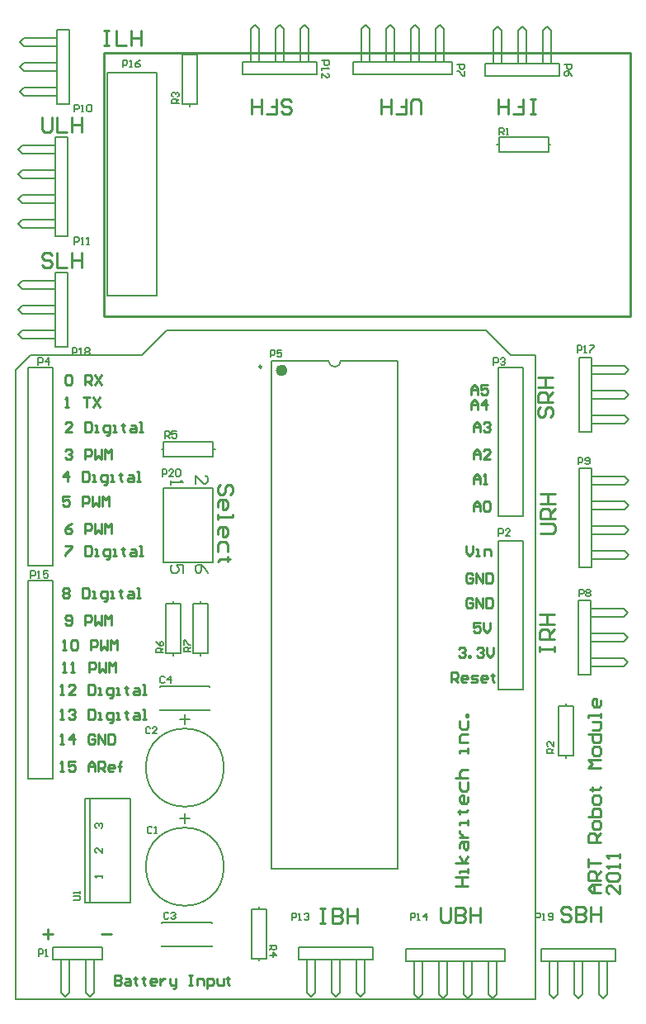
<source format=gto>
%FSLAX25Y25*%
%MOIN*%
G70*
G01*
G75*
G04 Layer_Color=65535*
%ADD10C,0.01969*%
%ADD11C,0.01000*%
%ADD12C,0.05906*%
%ADD13R,0.05906X0.05906*%
%ADD14C,0.11811*%
%ADD15R,0.05906X0.05906*%
%ADD16C,0.23622*%
%ADD17C,0.06496*%
%ADD18C,0.05512*%
%ADD19C,0.06299*%
%ADD20R,0.06299X0.06299*%
%ADD21C,0.02362*%
%ADD22C,0.19685*%
%ADD23C,0.00787*%
%ADD24C,0.02362*%
%ADD25C,0.00984*%
%ADD26C,0.00500*%
%ADD27C,0.00591*%
%ADD28C,0.00600*%
%ADD29C,0.00800*%
D11*
X35433Y381890D02*
X248032D01*
X35433Y275591D02*
Y381890D01*
Y275591D02*
X248032D01*
Y381890D01*
X177561Y45669D02*
X182677D01*
X180119D01*
Y49080D01*
X177561D01*
X182677D01*
Y50786D02*
Y52491D01*
Y51639D01*
X179266D01*
Y50786D01*
X182677Y55050D02*
X177561D01*
X180972D02*
X179266Y57608D01*
X180972Y55050D02*
X182677Y57608D01*
X179266Y61019D02*
Y62724D01*
X180119Y63577D01*
X182677D01*
Y61019D01*
X181824Y60166D01*
X180972Y61019D01*
Y63577D01*
X179266Y65282D02*
X182677D01*
X180972D01*
X180119Y66135D01*
X179266Y66988D01*
Y67841D01*
X182677Y70399D02*
Y72104D01*
Y71252D01*
X179266D01*
Y70399D01*
X178413Y75515D02*
X179266D01*
Y74663D01*
Y76368D01*
Y75515D01*
X181824D01*
X182677Y76368D01*
Y81485D02*
Y79779D01*
X181824Y78926D01*
X180119D01*
X179266Y79779D01*
Y81485D01*
X180119Y82337D01*
X180972D01*
Y78926D01*
X179266Y87454D02*
Y84895D01*
X180119Y84043D01*
X181824D01*
X182677Y84895D01*
Y87454D01*
X177561Y89159D02*
X182677D01*
X180119D01*
X179266Y90012D01*
Y91717D01*
X180119Y92570D01*
X182677D01*
Y99392D02*
Y101098D01*
Y100245D01*
X179266D01*
Y99392D01*
X182677Y103656D02*
X179266D01*
Y106214D01*
X180119Y107067D01*
X182677D01*
X179266Y112183D02*
Y109625D01*
X180119Y108772D01*
X181824D01*
X182677Y109625D01*
Y112183D01*
Y113889D02*
X181824D01*
Y114742D01*
X182677D01*
Y113889D01*
X243701Y45931D02*
Y42520D01*
X240290Y45931D01*
X239437D01*
X238584Y45078D01*
Y43372D01*
X239437Y42520D01*
Y47636D02*
X238584Y48489D01*
Y50194D01*
X239437Y51047D01*
X242848D01*
X243701Y50194D01*
Y48489D01*
X242848Y47636D01*
X239437D01*
X243701Y52753D02*
Y54458D01*
Y53605D01*
X238584D01*
X239437Y52753D01*
X243701Y57016D02*
Y58722D01*
Y57869D01*
X238584D01*
X239437Y57016D01*
X236221Y42913D02*
X232809D01*
X231104Y44619D01*
X232809Y46324D01*
X236221D01*
X233662D01*
Y42913D01*
X236221Y48030D02*
X231104D01*
Y50588D01*
X231957Y51441D01*
X233662D01*
X234515Y50588D01*
Y48030D01*
Y49735D02*
X236221Y51441D01*
X231104Y53146D02*
Y56557D01*
Y54852D01*
X236221D01*
Y63379D02*
X231104D01*
Y65938D01*
X231957Y66790D01*
X233662D01*
X234515Y65938D01*
Y63379D01*
Y65085D02*
X236221Y66790D01*
Y69348D02*
Y71054D01*
X235368Y71907D01*
X233662D01*
X232809Y71054D01*
Y69348D01*
X233662Y68496D01*
X235368D01*
X236221Y69348D01*
X231104Y73612D02*
X236221D01*
Y76170D01*
X235368Y77023D01*
X234515D01*
X233662D01*
X232809Y76170D01*
Y73612D01*
X236221Y79581D02*
Y81287D01*
X235368Y82140D01*
X233662D01*
X232809Y81287D01*
Y79581D01*
X233662Y78729D01*
X235368D01*
X236221Y79581D01*
X231957Y84698D02*
X232809D01*
Y83845D01*
Y85551D01*
Y84698D01*
X235368D01*
X236221Y85551D01*
Y93225D02*
X231104D01*
X232809Y94931D01*
X231104Y96636D01*
X236221D01*
Y99194D02*
Y100900D01*
X235368Y101753D01*
X233662D01*
X232809Y100900D01*
Y99194D01*
X233662Y98342D01*
X235368D01*
X236221Y99194D01*
X231104Y106869D02*
X236221D01*
Y104311D01*
X235368Y103458D01*
X233662D01*
X232809Y104311D01*
Y106869D01*
Y108575D02*
X235368D01*
X236221Y109427D01*
Y111986D01*
X232809D01*
X236221Y113691D02*
Y115397D01*
Y114544D01*
X231104D01*
Y113691D01*
X236221Y120513D02*
Y118807D01*
X235368Y117955D01*
X233662D01*
X232809Y118807D01*
Y120513D01*
X233662Y121366D01*
X234515D01*
Y117955D01*
X34646Y26227D02*
X38644D01*
X11024D02*
X15022D01*
X13023Y28227D02*
Y24228D01*
X224077Y36101D02*
X223078Y37100D01*
X221078D01*
X220079Y36101D01*
Y35101D01*
X221078Y34101D01*
X223078D01*
X224077Y33102D01*
Y32102D01*
X223078Y31102D01*
X221078D01*
X220079Y32102D01*
X226077Y37100D02*
Y31102D01*
X229076D01*
X230076Y32102D01*
Y33102D01*
X229076Y34101D01*
X226077D01*
X229076D01*
X230076Y35101D01*
Y36101D01*
X229076Y37100D01*
X226077D01*
X232075D02*
Y31102D01*
Y34101D01*
X236074D01*
Y37100D01*
Y31102D01*
X14629Y300274D02*
X13629Y301274D01*
X11630D01*
X10630Y300274D01*
Y299274D01*
X11630Y298275D01*
X13629D01*
X14629Y297275D01*
Y296275D01*
X13629Y295276D01*
X11630D01*
X10630Y296275D01*
X16628Y301274D02*
Y295276D01*
X20627D01*
X22626Y301274D02*
Y295276D01*
Y298275D01*
X26625D01*
Y301274D01*
Y295276D01*
X211931Y239038D02*
X210931Y238038D01*
Y236039D01*
X211931Y235039D01*
X212930D01*
X213930Y236039D01*
Y238038D01*
X214930Y239038D01*
X215930D01*
X216929Y238038D01*
Y236039D01*
X215930Y235039D01*
X216929Y241037D02*
X210931D01*
Y244037D01*
X211931Y245036D01*
X213930D01*
X214930Y244037D01*
Y241037D01*
Y243037D02*
X216929Y245036D01*
X210931Y247036D02*
X216929D01*
X213930D01*
Y251034D01*
X210931D01*
X216929D01*
X39764Y9448D02*
Y5512D01*
X41732D01*
X42388Y6168D01*
Y6824D01*
X41732Y7480D01*
X39764D01*
X41732D01*
X42388Y8136D01*
Y8792D01*
X41732Y9448D01*
X39764D01*
X44355Y8136D02*
X45667D01*
X46323Y7480D01*
Y5512D01*
X44355D01*
X43699Y6168D01*
X44355Y6824D01*
X46323D01*
X48291Y8792D02*
Y8136D01*
X47635D01*
X48947D01*
X48291D01*
Y6168D01*
X48947Y5512D01*
X51571Y8792D02*
Y8136D01*
X50915D01*
X52227D01*
X51571D01*
Y6168D01*
X52227Y5512D01*
X56163D02*
X54851D01*
X54195Y6168D01*
Y7480D01*
X54851Y8136D01*
X56163D01*
X56819Y7480D01*
Y6824D01*
X54195D01*
X58131Y8136D02*
Y5512D01*
Y6824D01*
X58786Y7480D01*
X59443Y8136D01*
X60098D01*
X62066D02*
Y6168D01*
X62722Y5512D01*
X64690D01*
Y4856D01*
X64034Y4200D01*
X63378D01*
X64690Y5512D02*
Y8136D01*
X69938Y9448D02*
X71250D01*
X70594D01*
Y5512D01*
X69938D01*
X71250D01*
X73218D02*
Y8136D01*
X75185D01*
X75841Y7480D01*
Y5512D01*
X77153Y4200D02*
Y8136D01*
X79121D01*
X79777Y7480D01*
Y6168D01*
X79121Y5512D01*
X77153D01*
X81089Y8136D02*
Y6168D01*
X81745Y5512D01*
X83713D01*
Y8136D01*
X85681Y8792D02*
Y8136D01*
X85025D01*
X86337D01*
X85681D01*
Y6168D01*
X86337Y5512D01*
X107340Y358372D02*
X108340Y357372D01*
X110339D01*
X111339Y358372D01*
Y359371D01*
X110339Y360371D01*
X108340D01*
X107340Y361371D01*
Y362370D01*
X108340Y363370D01*
X110339D01*
X111339Y362370D01*
X101342Y357372D02*
X105341D01*
Y360371D01*
X103341D01*
X105341D01*
Y363370D01*
X99343Y357372D02*
Y363370D01*
Y360371D01*
X95344D01*
Y357372D01*
Y363370D01*
X122835Y36707D02*
X124834D01*
X123834D01*
Y30709D01*
X122835D01*
X124834D01*
X127833Y36707D02*
Y30709D01*
X130832D01*
X131832Y31708D01*
Y32708D01*
X130832Y33708D01*
X127833D01*
X130832D01*
X131832Y34707D01*
Y35707D01*
X130832Y36707D01*
X127833D01*
X133831D02*
Y30709D01*
Y33708D01*
X137830D01*
Y36707D01*
Y30709D01*
X35433Y391037D02*
X37432D01*
X36433D01*
Y385039D01*
X35433D01*
X37432D01*
X40431Y391037D02*
Y385039D01*
X44430D01*
X46429Y391037D02*
Y385039D01*
Y388038D01*
X50428D01*
Y391037D01*
Y385039D01*
X211482Y140347D02*
Y142346D01*
Y141346D01*
X217480D01*
Y140347D01*
Y142346D01*
Y145345D02*
X211482D01*
Y148344D01*
X212482Y149344D01*
X214481D01*
X215481Y148344D01*
Y145345D01*
Y147344D02*
X217480Y149344D01*
X211482Y151343D02*
X217480D01*
X214481D01*
Y155342D01*
X211482D01*
X217480D01*
X209842Y357388D02*
X207843D01*
X208843D01*
Y363386D01*
X209842D01*
X207843D01*
X200845Y357388D02*
X204844D01*
Y360387D01*
X202845D01*
X204844D01*
Y363386D01*
X198846Y357388D02*
Y363386D01*
Y360387D01*
X194847D01*
Y357388D01*
Y363386D01*
X171653Y36864D02*
Y31866D01*
X172653Y30866D01*
X174653D01*
X175652Y31866D01*
Y36864D01*
X177652D02*
Y30866D01*
X180651D01*
X181650Y31866D01*
Y32866D01*
X180651Y33865D01*
X177652D01*
X180651D01*
X181650Y34865D01*
Y35864D01*
X180651Y36864D01*
X177652D01*
X183650D02*
Y30866D01*
Y33865D01*
X187648D01*
Y36864D01*
Y30866D01*
X10630Y355998D02*
Y351000D01*
X11630Y350000D01*
X13629D01*
X14629Y351000D01*
Y355998D01*
X16628D02*
Y350000D01*
X20627D01*
X22626Y355998D02*
Y350000D01*
Y352999D01*
X26625D01*
Y355998D01*
Y350000D01*
X211719Y187795D02*
X216717D01*
X217717Y188795D01*
Y190794D01*
X216717Y191794D01*
X211719D01*
X217717Y193793D02*
X211719D01*
Y196792D01*
X212718Y197792D01*
X214718D01*
X215717Y196792D01*
Y193793D01*
Y195793D02*
X217717Y197792D01*
X211719Y199791D02*
X217717D01*
X214718D01*
Y203790D01*
X211719D01*
X217717D01*
X163386Y357388D02*
Y362386D01*
X162386Y363386D01*
X160387D01*
X159387Y362386D01*
Y357388D01*
X153389D02*
X157388D01*
Y360387D01*
X155388D01*
X157388D01*
Y363386D01*
X151390Y357388D02*
Y363386D01*
Y360387D01*
X147391D01*
Y357388D01*
Y363386D01*
X86494Y203482D02*
X87494Y204481D01*
Y206481D01*
X86494Y207480D01*
X85495D01*
X84495Y206481D01*
Y204481D01*
X83495Y203482D01*
X82496D01*
X81496Y204481D01*
Y206481D01*
X82496Y207480D01*
X81496Y198483D02*
Y200483D01*
X82496Y201482D01*
X84495D01*
X85495Y200483D01*
Y198483D01*
X84495Y197484D01*
X83495D01*
Y201482D01*
X81496Y195484D02*
Y193485D01*
Y194484D01*
X87494D01*
Y195484D01*
X81496Y187487D02*
Y189486D01*
X82496Y190486D01*
X84495D01*
X85495Y189486D01*
Y187487D01*
X84495Y186487D01*
X83495D01*
Y190486D01*
X85495Y180489D02*
Y183488D01*
X84495Y184488D01*
X82496D01*
X81496Y183488D01*
Y180489D01*
X86494Y177490D02*
X85495D01*
Y178490D01*
Y176490D01*
Y177490D01*
X82496D01*
X81496Y176490D01*
X176000Y128000D02*
Y131999D01*
X177999D01*
X178666Y131332D01*
Y129999D01*
X177999Y129333D01*
X176000D01*
X177333D02*
X178666Y128000D01*
X181998D02*
X180665D01*
X179999Y128666D01*
Y129999D01*
X180665Y130666D01*
X181998D01*
X182665Y129999D01*
Y129333D01*
X179999D01*
X183997Y128000D02*
X185997D01*
X186663Y128666D01*
X185997Y129333D01*
X184664D01*
X183997Y129999D01*
X184664Y130666D01*
X186663D01*
X189996Y128000D02*
X188663D01*
X187996Y128666D01*
Y129999D01*
X188663Y130666D01*
X189996D01*
X190662Y129999D01*
Y129333D01*
X187996D01*
X192661Y131332D02*
Y130666D01*
X191995D01*
X193328D01*
X192661D01*
Y128666D01*
X193328Y128000D01*
X179000Y141332D02*
X179666Y141999D01*
X180999D01*
X181666Y141332D01*
Y140666D01*
X180999Y139999D01*
X180333D01*
X180999D01*
X181666Y139333D01*
Y138666D01*
X180999Y138000D01*
X179666D01*
X179000Y138666D01*
X182999Y138000D02*
Y138666D01*
X183665D01*
Y138000D01*
X182999D01*
X186331Y141332D02*
X186997Y141999D01*
X188330D01*
X188997Y141332D01*
Y140666D01*
X188330Y139999D01*
X187664D01*
X188330D01*
X188997Y139333D01*
Y138666D01*
X188330Y138000D01*
X186997D01*
X186331Y138666D01*
X190330Y141999D02*
Y139333D01*
X191663Y138000D01*
X192996Y139333D01*
Y141999D01*
X187666Y151999D02*
X185000D01*
Y149999D01*
X186333Y150666D01*
X186999D01*
X187666Y149999D01*
Y148667D01*
X186999Y148000D01*
X185667D01*
X185000Y148667D01*
X188999Y151999D02*
Y149333D01*
X190332Y148000D01*
X191665Y149333D01*
Y151999D01*
X184666Y161332D02*
X183999Y161999D01*
X182667D01*
X182000Y161332D01*
Y158667D01*
X182667Y158000D01*
X183999D01*
X184666Y158667D01*
Y159999D01*
X183333D01*
X185999Y158000D02*
Y161999D01*
X188664Y158000D01*
Y161999D01*
X189997D02*
Y158000D01*
X191997D01*
X192663Y158667D01*
Y161332D01*
X191997Y161999D01*
X189997D01*
X184666Y171332D02*
X183999Y171999D01*
X182667D01*
X182000Y171332D01*
Y168667D01*
X182667Y168000D01*
X183999D01*
X184666Y168667D01*
Y169999D01*
X183333D01*
X185999Y168000D02*
Y171999D01*
X188664Y168000D01*
Y171999D01*
X189997D02*
Y168000D01*
X191997D01*
X192663Y168667D01*
Y171332D01*
X191997Y171999D01*
X189997D01*
X182000Y182999D02*
Y180333D01*
X183333Y179000D01*
X184666Y180333D01*
Y182999D01*
X185999Y179000D02*
X187332D01*
X186665D01*
Y181666D01*
X185999D01*
X189331Y179000D02*
Y181666D01*
X191330D01*
X191997Y180999D01*
Y179000D01*
X184000Y244000D02*
Y246666D01*
X185333Y247999D01*
X186666Y246666D01*
Y244000D01*
Y245999D01*
X184000D01*
X190665Y247999D02*
X187999D01*
Y245999D01*
X189332Y246666D01*
X189998D01*
X190665Y245999D01*
Y244666D01*
X189998Y244000D01*
X188665D01*
X187999Y244666D01*
X184000Y238000D02*
Y240666D01*
X185333Y241999D01*
X186666Y240666D01*
Y238000D01*
Y239999D01*
X184000D01*
X189998Y238000D02*
Y241999D01*
X187999Y239999D01*
X190665D01*
X185000Y229000D02*
Y231666D01*
X186333Y232999D01*
X187666Y231666D01*
Y229000D01*
Y230999D01*
X185000D01*
X188999Y232332D02*
X189665Y232999D01*
X190998D01*
X191665Y232332D01*
Y231666D01*
X190998Y230999D01*
X190332D01*
X190998D01*
X191665Y230333D01*
Y229666D01*
X190998Y229000D01*
X189665D01*
X188999Y229666D01*
X185000Y218000D02*
Y220666D01*
X186333Y221999D01*
X187666Y220666D01*
Y218000D01*
Y219999D01*
X185000D01*
X191665Y218000D02*
X188999D01*
X191665Y220666D01*
Y221332D01*
X190998Y221999D01*
X189665D01*
X188999Y221332D01*
X185000Y208000D02*
Y210666D01*
X186333Y211999D01*
X187666Y210666D01*
Y208000D01*
Y209999D01*
X185000D01*
X188999Y208000D02*
X190332D01*
X189665D01*
Y211999D01*
X188999Y211332D01*
X185000Y197000D02*
Y199666D01*
X186333Y200999D01*
X187666Y199666D01*
Y197000D01*
Y198999D01*
X185000D01*
X188999Y200332D02*
X189665Y200999D01*
X190998D01*
X191665Y200332D01*
Y197667D01*
X190998Y197000D01*
X189665D01*
X188999Y197667D01*
Y200332D01*
X18000Y92000D02*
X19333D01*
X18666D01*
Y95999D01*
X18000Y95332D01*
X23998Y95999D02*
X21332D01*
Y93999D01*
X22665Y94666D01*
X23332D01*
X23998Y93999D01*
Y92666D01*
X23332Y92000D01*
X21999D01*
X21332Y92666D01*
X29330Y92000D02*
Y94666D01*
X30663Y95999D01*
X31995Y94666D01*
Y92000D01*
Y93999D01*
X29330D01*
X33328Y92000D02*
Y95999D01*
X35328D01*
X35994Y95332D01*
Y93999D01*
X35328Y93333D01*
X33328D01*
X34661D02*
X35994Y92000D01*
X39326D02*
X37993D01*
X37327Y92666D01*
Y93999D01*
X37993Y94666D01*
X39326D01*
X39993Y93999D01*
Y93333D01*
X37327D01*
X41992Y92000D02*
Y95332D01*
Y93999D01*
X41326D01*
X42659D01*
X41992D01*
Y95332D01*
X42659Y95999D01*
X18000Y103000D02*
X19333D01*
X18666D01*
Y106999D01*
X18000Y106332D01*
X23332Y103000D02*
Y106999D01*
X21332Y104999D01*
X23998D01*
X31995Y106332D02*
X31329Y106999D01*
X29996D01*
X29330Y106332D01*
Y103666D01*
X29996Y103000D01*
X31329D01*
X31995Y103666D01*
Y104999D01*
X30663D01*
X33328Y103000D02*
Y106999D01*
X35994Y103000D01*
Y106999D01*
X37327D02*
Y103000D01*
X39326D01*
X39993Y103666D01*
Y106332D01*
X39326Y106999D01*
X37327D01*
X18000Y113000D02*
X19333D01*
X18666D01*
Y116999D01*
X18000Y116332D01*
X21332D02*
X21999Y116999D01*
X23332D01*
X23998Y116332D01*
Y115666D01*
X23332Y114999D01*
X22665D01*
X23332D01*
X23998Y114333D01*
Y113666D01*
X23332Y113000D01*
X21999D01*
X21332Y113666D01*
X29330Y116999D02*
Y113000D01*
X31329D01*
X31995Y113666D01*
Y116332D01*
X31329Y116999D01*
X29330D01*
X33328Y113000D02*
X34661D01*
X33995D01*
Y115666D01*
X33328D01*
X37993Y111667D02*
X38660D01*
X39326Y112334D01*
Y115666D01*
X37327D01*
X36661Y114999D01*
Y113666D01*
X37327Y113000D01*
X39326D01*
X40659D02*
X41992D01*
X41326D01*
Y115666D01*
X40659D01*
X44658Y116332D02*
Y115666D01*
X43992D01*
X45325D01*
X44658D01*
Y113666D01*
X45325Y113000D01*
X47990Y115666D02*
X49323D01*
X49990Y114999D01*
Y113000D01*
X47990D01*
X47324Y113666D01*
X47990Y114333D01*
X49990D01*
X51323Y113000D02*
X52656D01*
X51989D01*
Y116999D01*
X51323D01*
X18000Y123000D02*
X19333D01*
X18666D01*
Y126999D01*
X18000Y126332D01*
X23998Y123000D02*
X21332D01*
X23998Y125666D01*
Y126332D01*
X23332Y126999D01*
X21999D01*
X21332Y126332D01*
X29330Y126999D02*
Y123000D01*
X31329D01*
X31995Y123667D01*
Y126332D01*
X31329Y126999D01*
X29330D01*
X33328Y123000D02*
X34661D01*
X33995D01*
Y125666D01*
X33328D01*
X37993Y121667D02*
X38660D01*
X39326Y122334D01*
Y125666D01*
X37327D01*
X36661Y124999D01*
Y123667D01*
X37327Y123000D01*
X39326D01*
X40659D02*
X41992D01*
X41326D01*
Y125666D01*
X40659D01*
X44658Y126332D02*
Y125666D01*
X43992D01*
X45325D01*
X44658D01*
Y123667D01*
X45325Y123000D01*
X47990Y125666D02*
X49323D01*
X49990Y124999D01*
Y123000D01*
X47990D01*
X47324Y123667D01*
X47990Y124333D01*
X49990D01*
X51323Y123000D02*
X52656D01*
X51989D01*
Y126999D01*
X51323D01*
X19000Y132000D02*
X20333D01*
X19667D01*
Y135999D01*
X19000Y135332D01*
X22332Y132000D02*
X23665D01*
X22999D01*
Y135999D01*
X22332Y135332D01*
X29663Y132000D02*
Y135999D01*
X31663D01*
X32329Y135332D01*
Y133999D01*
X31663Y133333D01*
X29663D01*
X33662Y135999D02*
Y132000D01*
X34995Y133333D01*
X36328Y132000D01*
Y135999D01*
X37661Y132000D02*
Y135999D01*
X38993Y134666D01*
X40326Y135999D01*
Y132000D01*
X19000Y141000D02*
X20333D01*
X19667D01*
Y144999D01*
X19000Y144332D01*
X22332D02*
X22999Y144999D01*
X24332D01*
X24998Y144332D01*
Y141666D01*
X24332Y141000D01*
X22999D01*
X22332Y141666D01*
Y144332D01*
X30330Y141000D02*
Y144999D01*
X32329D01*
X32996Y144332D01*
Y142999D01*
X32329Y142333D01*
X30330D01*
X34328Y144999D02*
Y141000D01*
X35661Y142333D01*
X36994Y141000D01*
Y144999D01*
X38327Y141000D02*
Y144999D01*
X39660Y143666D01*
X40993Y144999D01*
Y141000D01*
X20000Y151666D02*
X20666Y151000D01*
X21999D01*
X22666Y151666D01*
Y154332D01*
X21999Y154999D01*
X20666D01*
X20000Y154332D01*
Y153666D01*
X20666Y152999D01*
X22666D01*
X27997Y151000D02*
Y154999D01*
X29997D01*
X30663Y154332D01*
Y152999D01*
X29997Y152333D01*
X27997D01*
X31996Y154999D02*
Y151000D01*
X33329Y152333D01*
X34662Y151000D01*
Y154999D01*
X35995Y151000D02*
Y154999D01*
X37328Y153666D01*
X38661Y154999D01*
Y151000D01*
X19000Y165332D02*
X19667Y165999D01*
X20999D01*
X21666Y165332D01*
Y164666D01*
X20999Y163999D01*
X21666Y163333D01*
Y162666D01*
X20999Y162000D01*
X19667D01*
X19000Y162666D01*
Y163333D01*
X19667Y163999D01*
X19000Y164666D01*
Y165332D01*
X19667Y163999D02*
X20999D01*
X26997Y165999D02*
Y162000D01*
X28997D01*
X29663Y162666D01*
Y165332D01*
X28997Y165999D01*
X26997D01*
X30996Y162000D02*
X32329D01*
X31663D01*
Y164666D01*
X30996D01*
X35661Y160667D02*
X36328D01*
X36994Y161334D01*
Y164666D01*
X34995D01*
X34328Y163999D01*
Y162666D01*
X34995Y162000D01*
X36994D01*
X38327D02*
X39660D01*
X38993D01*
Y164666D01*
X38327D01*
X42326Y165332D02*
Y164666D01*
X41659D01*
X42992D01*
X42326D01*
Y162666D01*
X42992Y162000D01*
X45658Y164666D02*
X46991D01*
X47657Y163999D01*
Y162000D01*
X45658D01*
X44992Y162666D01*
X45658Y163333D01*
X47657D01*
X48990Y162000D02*
X50323D01*
X49657D01*
Y165999D01*
X48990D01*
X20000Y182999D02*
X22666D01*
Y182332D01*
X20000Y179666D01*
Y179000D01*
X27997Y182999D02*
Y179000D01*
X29997D01*
X30663Y179666D01*
Y182332D01*
X29997Y182999D01*
X27997D01*
X31996Y179000D02*
X33329D01*
X32663D01*
Y181666D01*
X31996D01*
X36661Y177667D02*
X37328D01*
X37994Y178333D01*
Y181666D01*
X35995D01*
X35328Y180999D01*
Y179666D01*
X35995Y179000D01*
X37994D01*
X39327D02*
X40660D01*
X39994D01*
Y181666D01*
X39327D01*
X43326Y182332D02*
Y181666D01*
X42659D01*
X43992D01*
X43326D01*
Y179666D01*
X43992Y179000D01*
X46658Y181666D02*
X47991D01*
X48657Y180999D01*
Y179000D01*
X46658D01*
X45992Y179666D01*
X46658Y180333D01*
X48657D01*
X49990Y179000D02*
X51323D01*
X50657D01*
Y182999D01*
X49990D01*
X22666Y191999D02*
X21333Y191332D01*
X20000Y189999D01*
Y188666D01*
X20666Y188000D01*
X21999D01*
X22666Y188666D01*
Y189333D01*
X21999Y189999D01*
X20000D01*
X27997Y188000D02*
Y191999D01*
X29997D01*
X30663Y191332D01*
Y189999D01*
X29997Y189333D01*
X27997D01*
X31996Y191999D02*
Y188000D01*
X33329Y189333D01*
X34662Y188000D01*
Y191999D01*
X35995Y188000D02*
Y191999D01*
X37328Y190666D01*
X38661Y191999D01*
Y188000D01*
X21666Y202999D02*
X19000D01*
Y200999D01*
X20333Y201666D01*
X20999D01*
X21666Y200999D01*
Y199667D01*
X20999Y199000D01*
X19667D01*
X19000Y199667D01*
X26997Y199000D02*
Y202999D01*
X28997D01*
X29663Y202332D01*
Y200999D01*
X28997Y200333D01*
X26997D01*
X30996Y202999D02*
Y199000D01*
X32329Y200333D01*
X33662Y199000D01*
Y202999D01*
X34995Y199000D02*
Y202999D01*
X36328Y201666D01*
X37661Y202999D01*
Y199000D01*
X20999Y209000D02*
Y212999D01*
X19000Y210999D01*
X21666D01*
X26997Y212999D02*
Y209000D01*
X28997D01*
X29663Y209666D01*
Y212332D01*
X28997Y212999D01*
X26997D01*
X30996Y209000D02*
X32329D01*
X31663D01*
Y211666D01*
X30996D01*
X35661Y207667D02*
X36328D01*
X36994Y208334D01*
Y211666D01*
X34995D01*
X34328Y210999D01*
Y209666D01*
X34995Y209000D01*
X36994D01*
X38327D02*
X39660D01*
X38993D01*
Y211666D01*
X38327D01*
X42326Y212332D02*
Y211666D01*
X41659D01*
X42992D01*
X42326D01*
Y209666D01*
X42992Y209000D01*
X45658Y211666D02*
X46991D01*
X47657Y210999D01*
Y209000D01*
X45658D01*
X44992Y209666D01*
X45658Y210333D01*
X47657D01*
X48990Y209000D02*
X50323D01*
X49657D01*
Y212999D01*
X48990D01*
X20000Y221332D02*
X20666Y221999D01*
X21999D01*
X22666Y221332D01*
Y220666D01*
X21999Y219999D01*
X21333D01*
X21999D01*
X22666Y219333D01*
Y218666D01*
X21999Y218000D01*
X20666D01*
X20000Y218666D01*
X27997Y218000D02*
Y221999D01*
X29997D01*
X30663Y221332D01*
Y219999D01*
X29997Y219333D01*
X27997D01*
X31996Y221999D02*
Y218000D01*
X33329Y219333D01*
X34662Y218000D01*
Y221999D01*
X35995Y218000D02*
Y221999D01*
X37328Y220666D01*
X38661Y221999D01*
Y218000D01*
X22666Y229000D02*
X20000D01*
X22666Y231666D01*
Y232332D01*
X21999Y232999D01*
X20666D01*
X20000Y232332D01*
X27997Y232999D02*
Y229000D01*
X29997D01*
X30663Y229666D01*
Y232332D01*
X29997Y232999D01*
X27997D01*
X31996Y229000D02*
X33329D01*
X32663D01*
Y231666D01*
X31996D01*
X36661Y227667D02*
X37328D01*
X37994Y228334D01*
Y231666D01*
X35995D01*
X35328Y230999D01*
Y229666D01*
X35995Y229000D01*
X37994D01*
X39327D02*
X40660D01*
X39994D01*
Y231666D01*
X39327D01*
X43326Y232332D02*
Y231666D01*
X42659D01*
X43992D01*
X43326D01*
Y229666D01*
X43992Y229000D01*
X46658Y231666D02*
X47991D01*
X48657Y230999D01*
Y229000D01*
X46658D01*
X45992Y229666D01*
X46658Y230333D01*
X48657D01*
X49990Y229000D02*
X51323D01*
X50657D01*
Y232999D01*
X49990D01*
X20000Y239000D02*
X21333D01*
X20666D01*
Y242999D01*
X20000Y242332D01*
X27331Y242999D02*
X29997D01*
X28664D01*
Y239000D01*
X31330Y242999D02*
X33996Y239000D01*
Y242999D02*
X31330Y239000D01*
X20000Y251332D02*
X20666Y251999D01*
X21999D01*
X22666Y251332D01*
Y248666D01*
X21999Y248000D01*
X20666D01*
X20000Y248666D01*
Y251332D01*
X27997Y248000D02*
Y251999D01*
X29997D01*
X30663Y251332D01*
Y249999D01*
X29997Y249333D01*
X27997D01*
X29330D02*
X30663Y248000D01*
X31996Y251999D02*
X34662Y248000D01*
Y251999D02*
X31996Y248000D01*
D23*
X83945Y93402D02*
G03*
X83945Y93402I-15748J0D01*
G01*
Y53402D02*
G03*
X83945Y53402I-15748J0D01*
G01*
X126240Y257677D02*
G03*
X131240Y257677I2500J0D01*
G01*
X36732Y283740D02*
X56732D01*
X36732Y373740D02*
X56732D01*
Y283740D02*
Y373740D01*
X36732Y283740D02*
Y373740D01*
X212323Y15354D02*
X242323D01*
Y20354D01*
X212323Y15354D02*
Y20354D01*
X242323D01*
X215656Y2021D02*
Y15354D01*
Y2021D02*
X217323Y354D01*
X218990Y2021D01*
Y15354D01*
X225656Y2021D02*
Y15354D01*
Y2021D02*
X227323Y354D01*
X228989Y2021D01*
Y15354D01*
X235656Y2021D02*
Y15354D01*
Y2021D02*
X237323Y354D01*
X238989Y2021D01*
Y15354D01*
X15984Y263189D02*
Y293189D01*
Y263189D02*
X20984D01*
X15984Y293189D02*
X20984D01*
Y263189D02*
Y293189D01*
X2651Y289856D02*
X15984D01*
X984Y288189D02*
X2651Y289856D01*
X984Y288189D02*
X2651Y286522D01*
X15984D01*
X2651Y279856D02*
X15984D01*
X984Y278189D02*
X2651Y279856D01*
X984Y278189D02*
X2651Y276522D01*
X15984D01*
X2651Y269856D02*
X15984D01*
X984Y268189D02*
X2651Y269856D01*
X984Y268189D02*
X2651Y266522D01*
X15984D01*
X232441Y228858D02*
Y258858D01*
X227441D02*
X232441D01*
X227441Y228858D02*
X232441D01*
X227441D02*
Y258858D01*
X232441Y232192D02*
X245774D01*
X247441Y233858D01*
X245774Y235525D02*
X247441Y233858D01*
X232441Y235525D02*
X245774D01*
X232441Y242192D02*
X245774D01*
X247441Y243858D01*
X245774Y245525D02*
X247441Y243858D01*
X232441Y245525D02*
X245774D01*
X232441Y252192D02*
X245774D01*
X247441Y253858D01*
X245774Y255525D02*
X247441Y253858D01*
X232441Y255525D02*
X245774D01*
X91535Y378110D02*
X121535D01*
X91535Y373110D02*
Y378110D01*
X121535Y373110D02*
Y378110D01*
X91535Y373110D02*
X121535D01*
X118202Y378110D02*
Y391444D01*
X116535Y393110D02*
X118202Y391444D01*
X114869D02*
X116535Y393110D01*
X114869Y378110D02*
Y391444D01*
X108202Y378110D02*
Y391444D01*
X106535Y393110D02*
X108202Y391444D01*
X104869D02*
X106535Y393110D01*
X104869Y378110D02*
Y391444D01*
X98202Y378110D02*
Y391444D01*
X96535Y393110D02*
X98202Y391444D01*
X94869D02*
X96535Y393110D01*
X94869Y378110D02*
Y391444D01*
X58158Y116480D02*
X78236D01*
X58158Y126323D02*
X78236D01*
Y125850D02*
Y126323D01*
X58158Y116480D02*
Y116953D01*
X78236Y116480D02*
Y116953D01*
X58158Y125850D02*
Y126323D01*
X58961Y21079D02*
X79039D01*
X58961Y30921D02*
X79039D01*
Y30449D02*
Y30921D01*
X58961Y21079D02*
Y21551D01*
X79039Y21079D02*
Y21551D01*
X58961Y30449D02*
Y30921D01*
X15000Y16000D02*
X35000D01*
Y21000D01*
X15000Y16000D02*
Y21000D01*
X35000D01*
X18333Y2667D02*
Y16000D01*
Y2667D02*
X20000Y1000D01*
X21667Y2667D01*
Y16000D01*
X28333Y2667D02*
Y16000D01*
Y2667D02*
X30000Y1000D01*
X31667Y2667D01*
Y16000D01*
X140958Y2415D02*
Y15748D01*
X139291Y748D02*
X140958Y2415D01*
X137625D02*
X139291Y748D01*
X137625Y2415D02*
Y15748D01*
X130958Y2415D02*
Y15748D01*
X129291Y748D02*
X130958Y2415D01*
X127625D02*
X129291Y748D01*
X127625Y2415D02*
Y15748D01*
X120958Y2415D02*
Y15748D01*
X119291Y748D02*
X120958Y2415D01*
X117625D02*
X119291Y748D01*
X117625Y2415D02*
Y15748D01*
X114291Y20748D02*
X144291D01*
X114291Y15748D02*
Y20748D01*
X144291Y15748D02*
Y20748D01*
X114291Y15748D02*
X144291D01*
X3045Y364554D02*
X16378D01*
X1378Y366221D02*
X3045Y364554D01*
X1378Y366221D02*
X3045Y367887D01*
X16378D01*
X3045Y374554D02*
X16378D01*
X1378Y376221D02*
X3045Y374554D01*
X1378Y376221D02*
X3045Y377887D01*
X16378D01*
X3045Y384554D02*
X16378D01*
X1378Y386221D02*
X3045Y384554D01*
X1378Y386221D02*
X3045Y387887D01*
X16378D01*
X21378Y361221D02*
Y391221D01*
X16378D02*
X21378D01*
X16378Y361221D02*
X21378D01*
X16378D02*
Y391221D01*
X232047Y157493D02*
X245381D01*
X247047Y155827D01*
X245381Y154160D02*
X247047Y155827D01*
X232047Y154160D02*
X245381D01*
X232047Y147493D02*
X245381D01*
X247047Y145827D01*
X245381Y144160D02*
X247047Y145827D01*
X232047Y144160D02*
X245381D01*
X232047Y137493D02*
X245381D01*
X247047Y135827D01*
X245381Y134160D02*
X247047Y135827D01*
X232047Y134160D02*
X245381D01*
X227047Y130827D02*
Y160827D01*
Y130827D02*
X232047D01*
X227047Y160827D02*
X232047D01*
Y130827D02*
Y160827D01*
X192900Y377717D02*
Y391050D01*
X194567Y392717D01*
X196234Y391050D01*
Y377717D02*
Y391050D01*
X202900Y377717D02*
Y391050D01*
X204567Y392717D01*
X206234Y391050D01*
Y377717D02*
Y391050D01*
X212900Y377717D02*
Y391050D01*
X214567Y392717D01*
X216234Y391050D01*
Y377717D02*
Y391050D01*
X189567Y372717D02*
X219567D01*
Y377717D01*
X189567Y372717D02*
Y377717D01*
X219567D01*
X157598Y15354D02*
X197598D01*
Y20354D01*
X157598Y15354D02*
Y20354D01*
X160932Y2021D02*
Y15354D01*
Y2021D02*
X162598Y354D01*
X164265Y2021D01*
Y15354D01*
X170932Y2021D02*
Y15354D01*
Y2021D02*
X172598Y354D01*
X174265Y2021D01*
Y15354D01*
X180932Y2021D02*
Y15354D01*
Y2021D02*
X182598Y354D01*
X184265Y2021D01*
Y15354D01*
X190932Y2021D02*
Y15354D01*
Y2021D02*
X192598Y354D01*
X194265Y2021D01*
Y15354D01*
X157598Y20354D02*
X197598D01*
X15984Y307913D02*
Y347913D01*
Y307913D02*
X20984D01*
X15984Y347913D02*
X20984D01*
X2651Y344580D02*
X15984D01*
X984Y342913D02*
X2651Y344580D01*
X984Y342913D02*
X2651Y341247D01*
X15984D01*
X2651Y334580D02*
X15984D01*
X984Y332913D02*
X2651Y334580D01*
X984Y332913D02*
X2651Y331247D01*
X15984D01*
X2651Y324580D02*
X15984D01*
X984Y322913D02*
X2651Y324580D01*
X984Y322913D02*
X2651Y321247D01*
X15984D01*
X2651Y314580D02*
X15984D01*
X984Y312913D02*
X2651Y314580D01*
X984Y312913D02*
X2651Y311247D01*
X15984D01*
X20984Y307913D02*
Y347913D01*
X232441Y174134D02*
Y214134D01*
X227441D02*
X232441D01*
X227441Y174134D02*
X232441D01*
Y177467D02*
X245774D01*
X247441Y179134D01*
X245774Y180801D02*
X247441Y179134D01*
X232441Y180801D02*
X245774D01*
X232441Y187467D02*
X245774D01*
X247441Y189134D01*
X245774Y190801D02*
X247441Y189134D01*
X232441Y190801D02*
X245774D01*
X232441Y197467D02*
X245774D01*
X247441Y199134D01*
X245774Y200800D02*
X247441Y199134D01*
X232441Y200800D02*
X245774D01*
X232441Y207467D02*
X245774D01*
X247441Y209134D01*
X245774Y210800D02*
X247441Y209134D01*
X232441Y210800D02*
X245774D01*
X227441Y174134D02*
Y214134D01*
X136260Y378110D02*
X176260D01*
X136260Y373110D02*
Y378110D01*
X176260Y373110D02*
Y378110D01*
X172926D02*
Y391444D01*
X171260Y393110D02*
X172926Y391444D01*
X169593D02*
X171260Y393110D01*
X169593Y378110D02*
Y391444D01*
X162926Y378110D02*
Y391444D01*
X161260Y393110D02*
X162926Y391444D01*
X159593D02*
X161260Y393110D01*
X159593Y378110D02*
Y391444D01*
X152927Y378110D02*
Y391444D01*
X151260Y393110D02*
X152927Y391444D01*
X149593D02*
X151260Y393110D01*
X149593Y378110D02*
Y391444D01*
X142927Y378110D02*
Y391444D01*
X141260Y393110D02*
X142927Y391444D01*
X139593D02*
X141260Y393110D01*
X139593Y378110D02*
Y391444D01*
X136260Y373110D02*
X176260D01*
X103346Y52559D02*
X154134D01*
X131240Y257677D02*
X154134D01*
X103346D02*
X126240D01*
X154134Y52559D02*
Y257677D01*
X103346Y52559D02*
Y257677D01*
X205000Y195000D02*
Y255000D01*
X195000Y195000D02*
Y255000D01*
Y195000D02*
X205000D01*
X195000Y255000D02*
X205000D01*
X195000Y125000D02*
Y185000D01*
X205000Y125000D02*
Y185000D01*
X195000D02*
X205000D01*
X195000Y125000D02*
X205000D01*
X15000Y175000D02*
Y255000D01*
X5000D02*
X15000D01*
X5000Y175000D02*
Y255000D01*
Y175000D02*
X15000D01*
Y89000D02*
Y169000D01*
X5000D02*
X15000D01*
X5000Y89000D02*
Y169000D01*
Y89000D02*
X15000D01*
X98032Y36378D02*
Y37278D01*
Y15478D02*
Y16378D01*
Y36378D02*
X101032D01*
Y16378D02*
Y36378D01*
X95032Y16378D02*
X101032D01*
X95032D02*
Y36378D01*
X98032D01*
X70079Y360360D02*
Y361260D01*
Y381260D02*
Y382160D01*
X67079Y361260D02*
X70079D01*
X67079D02*
Y381260D01*
X73079D01*
Y361260D02*
Y381260D01*
X70079Y361260D02*
X73079D01*
X222047Y97368D02*
Y98268D01*
Y118268D02*
Y119168D01*
X219047Y98268D02*
X222047D01*
X219047D02*
Y118268D01*
X225047D01*
Y98268D02*
Y118268D01*
X222047Y98268D02*
X225047D01*
X194218Y344882D02*
X195118D01*
X215118D02*
X216018D01*
X195118D02*
Y347882D01*
X215118D01*
Y341882D02*
Y347882D01*
X195118Y341882D02*
X215118D01*
X195118D02*
Y344882D01*
X27780Y81063D02*
X46284D01*
X27780Y38937D02*
X46284D01*
Y81063D01*
X27780Y38937D02*
Y81063D01*
X29748Y38937D02*
Y81063D01*
X59394Y176346D02*
Y195513D01*
Y176346D02*
Y206346D01*
X79394Y176346D02*
Y206346D01*
X59394D02*
X79394D01*
X59394Y176346D02*
X79394D01*
X63386Y138706D02*
Y139606D01*
Y159606D02*
Y160506D01*
X60386Y139606D02*
X63386D01*
X60386D02*
Y159606D01*
X66386D01*
Y139606D02*
Y159606D01*
X63386Y139606D02*
X66386D01*
X74409Y138706D02*
Y139606D01*
Y159606D02*
Y160506D01*
X71409Y139606D02*
X74409D01*
X71409D02*
Y159606D01*
X77409D01*
Y139606D02*
Y159606D01*
X74409Y139606D02*
X77409D01*
X58785Y222047D02*
X59685D01*
X79685D02*
X80585D01*
X59685D02*
Y225047D01*
X79685D01*
Y219047D02*
Y225047D01*
X59685Y219047D02*
X79685D01*
X59685D02*
Y222047D01*
X210000Y31890D02*
Y34645D01*
X211378D01*
X211837Y34186D01*
Y33267D01*
X211378Y32808D01*
X210000D01*
X212755Y31890D02*
X213673D01*
X213214D01*
Y34645D01*
X212755Y34186D01*
X215051Y32349D02*
X215510Y31890D01*
X216428D01*
X216887Y32349D01*
Y34186D01*
X216428Y34645D01*
X215510D01*
X215051Y34186D01*
Y33726D01*
X215510Y33267D01*
X216887D01*
X22835Y260000D02*
Y262755D01*
X24212D01*
X24671Y262296D01*
Y261378D01*
X24212Y260918D01*
X22835D01*
X25590Y260000D02*
X26508D01*
X26049D01*
Y262755D01*
X25590Y262296D01*
X27885D02*
X28345Y262755D01*
X29263D01*
X29722Y262296D01*
Y261837D01*
X29263Y261378D01*
X29722Y260918D01*
Y260459D01*
X29263Y260000D01*
X28345D01*
X27885Y260459D01*
Y260918D01*
X28345Y261378D01*
X27885Y261837D01*
Y262296D01*
X28345Y261378D02*
X29263D01*
X226772Y261024D02*
Y263779D01*
X228149D01*
X228608Y263319D01*
Y262401D01*
X228149Y261942D01*
X226772D01*
X229527Y261024D02*
X230445D01*
X229986D01*
Y263779D01*
X229527Y263319D01*
X231822Y263779D02*
X233659D01*
Y263319D01*
X231822Y261483D01*
Y261024D01*
X60104Y129855D02*
X59645Y130314D01*
X58727D01*
X58268Y129855D01*
Y128018D01*
X58727Y127559D01*
X59645D01*
X60104Y128018D01*
X62400Y127559D02*
Y130314D01*
X61023Y128937D01*
X62859D01*
X61679Y34579D02*
X61220Y35039D01*
X60302D01*
X59842Y34579D01*
Y32743D01*
X60302Y32283D01*
X61220D01*
X61679Y32743D01*
X62598Y34579D02*
X63057Y35039D01*
X63975D01*
X64434Y34579D01*
Y34120D01*
X63975Y33661D01*
X63516D01*
X63975D01*
X64434Y33202D01*
Y32743D01*
X63975Y32283D01*
X63057D01*
X62598Y32743D01*
X54199Y109382D02*
X53740Y109842D01*
X52821D01*
X52362Y109382D01*
Y107546D01*
X52821Y107087D01*
X53740D01*
X54199Y107546D01*
X56954Y107087D02*
X55117D01*
X56954Y108923D01*
Y109382D01*
X56495Y109842D01*
X55576D01*
X55117Y109382D01*
X54986Y69225D02*
X54527Y69684D01*
X53609D01*
X53150Y69225D01*
Y67388D01*
X53609Y66929D01*
X54527D01*
X54986Y67388D01*
X55905Y66929D02*
X56823D01*
X56364D01*
Y69684D01*
X55905Y69225D01*
X9055Y17323D02*
Y20078D01*
X10433D01*
X10892Y19619D01*
Y18700D01*
X10433Y18241D01*
X9055D01*
X11810Y17323D02*
X12729D01*
X12269D01*
Y20078D01*
X11810Y19619D01*
X123622Y378740D02*
X126377D01*
Y377363D01*
X125918Y376904D01*
X125000D01*
X124540Y377363D01*
Y378740D01*
X123622Y375985D02*
Y375067D01*
Y375526D01*
X126377D01*
X125918Y375985D01*
X123622Y371853D02*
Y373689D01*
X125459Y371853D01*
X125918D01*
X126377Y372312D01*
Y373230D01*
X125918Y373689D01*
X111417Y31890D02*
Y34645D01*
X112795D01*
X113254Y34186D01*
Y33267D01*
X112795Y32808D01*
X111417D01*
X114172Y31890D02*
X115091D01*
X114631D01*
Y34645D01*
X114172Y34186D01*
X116468D02*
X116927Y34645D01*
X117846D01*
X118305Y34186D01*
Y33726D01*
X117846Y33267D01*
X117386D01*
X117846D01*
X118305Y32808D01*
Y32349D01*
X117846Y31890D01*
X116927D01*
X116468Y32349D01*
X23622Y358268D02*
Y361023D01*
X25000D01*
X25459Y360564D01*
Y359645D01*
X25000Y359186D01*
X23622D01*
X26377Y358268D02*
X27295D01*
X26836D01*
Y361023D01*
X26377Y360564D01*
X28673D02*
X29132Y361023D01*
X30050D01*
X30510Y360564D01*
Y358727D01*
X30050Y358268D01*
X29132D01*
X28673Y358727D01*
Y360564D01*
X227559Y162598D02*
Y165353D01*
X228937D01*
X229396Y164894D01*
Y163976D01*
X228937Y163517D01*
X227559D01*
X230314Y164894D02*
X230773Y165353D01*
X231692D01*
X232151Y164894D01*
Y164435D01*
X231692Y163976D01*
X232151Y163517D01*
Y163058D01*
X231692Y162598D01*
X230773D01*
X230314Y163058D01*
Y163517D01*
X230773Y163976D01*
X230314Y164435D01*
Y164894D01*
X230773Y163976D02*
X231692D01*
X221654Y377165D02*
X224409D01*
Y375788D01*
X223949Y375329D01*
X223031D01*
X222572Y375788D01*
Y377165D01*
X224409Y372574D02*
X223949Y373492D01*
X223031Y374410D01*
X222113D01*
X221654Y373951D01*
Y373033D01*
X222113Y372574D01*
X222572D01*
X223031Y373033D01*
Y374410D01*
X159449Y31890D02*
Y34645D01*
X160826D01*
X161285Y34186D01*
Y33267D01*
X160826Y32808D01*
X159449D01*
X162204Y31890D02*
X163122D01*
X162663D01*
Y34645D01*
X162204Y34186D01*
X165877Y31890D02*
Y34645D01*
X164500Y33267D01*
X166336D01*
X23622Y304724D02*
Y307479D01*
X25000D01*
X25459Y307020D01*
Y306102D01*
X25000Y305643D01*
X23622D01*
X26377Y304724D02*
X27295D01*
X26836D01*
Y307479D01*
X26377Y307020D01*
X28673Y304724D02*
X29591D01*
X29132D01*
Y307479D01*
X28673Y307020D01*
X227165Y215748D02*
Y218503D01*
X228543D01*
X229002Y218044D01*
Y217126D01*
X228543Y216666D01*
X227165D01*
X229920Y216207D02*
X230380Y215748D01*
X231298D01*
X231757Y216207D01*
Y218044D01*
X231298Y218503D01*
X230380D01*
X229920Y218044D01*
Y217585D01*
X230380Y217126D01*
X231757D01*
X178347Y377165D02*
X181102D01*
Y375788D01*
X180642Y375329D01*
X179724D01*
X179265Y375788D01*
Y377165D01*
X181102Y374410D02*
Y372574D01*
X180642D01*
X178806Y374410D01*
X178347D01*
X43165Y376150D02*
Y378905D01*
X44543D01*
X45002Y378445D01*
Y377527D01*
X44543Y377068D01*
X43165D01*
X45920Y376150D02*
X46839D01*
X46380D01*
Y378905D01*
X45920Y378445D01*
X50053Y378905D02*
X49135Y378445D01*
X48216Y377527D01*
Y376609D01*
X48675Y376150D01*
X49594D01*
X50053Y376609D01*
Y377068D01*
X49594Y377527D01*
X48216D01*
X102740Y259118D02*
Y261873D01*
X104118D01*
X104577Y261414D01*
Y260496D01*
X104118Y260036D01*
X102740D01*
X107332Y261873D02*
X105495D01*
Y260496D01*
X106413Y260955D01*
X106873D01*
X107332Y260496D01*
Y259577D01*
X106873Y259118D01*
X105954D01*
X105495Y259577D01*
X193000Y256000D02*
Y258755D01*
X194378D01*
X194837Y258296D01*
Y257378D01*
X194378Y256918D01*
X193000D01*
X195755Y258296D02*
X196214Y258755D01*
X197133D01*
X197592Y258296D01*
Y257837D01*
X197133Y257378D01*
X196673D01*
X197133D01*
X197592Y256918D01*
Y256459D01*
X197133Y256000D01*
X196214D01*
X195755Y256459D01*
X195000Y187000D02*
Y189755D01*
X196378D01*
X196837Y189296D01*
Y188377D01*
X196378Y187918D01*
X195000D01*
X199592Y187000D02*
X197755D01*
X199592Y188837D01*
Y189296D01*
X199133Y189755D01*
X198214D01*
X197755Y189296D01*
X9000Y256000D02*
Y258755D01*
X10378D01*
X10837Y258296D01*
Y257378D01*
X10378Y256918D01*
X9000D01*
X13133Y256000D02*
Y258755D01*
X11755Y257378D01*
X13592D01*
X6000Y170000D02*
Y172755D01*
X7378D01*
X7837Y172296D01*
Y171378D01*
X7378Y170918D01*
X6000D01*
X8755Y170000D02*
X9673D01*
X9214D01*
Y172755D01*
X8755Y172296D01*
X12888Y172755D02*
X11051D01*
Y171378D01*
X11969Y171837D01*
X12428D01*
X12888Y171378D01*
Y170459D01*
X12428Y170000D01*
X11510D01*
X11051Y170459D01*
X102362Y21654D02*
X105117D01*
Y20276D01*
X104658Y19817D01*
X103740D01*
X103280Y20276D01*
Y21654D01*
Y20735D02*
X102362Y19817D01*
Y17521D02*
X105117D01*
X103740Y18899D01*
Y17062D01*
X65748Y361417D02*
X62993D01*
Y362795D01*
X63452Y363254D01*
X64371D01*
X64830Y362795D01*
Y361417D01*
Y362336D02*
X65748Y363254D01*
X63452Y364172D02*
X62993Y364632D01*
Y365550D01*
X63452Y366009D01*
X63911D01*
X64371Y365550D01*
Y365091D01*
Y365550D01*
X64830Y366009D01*
X65289D01*
X65748Y365550D01*
Y364632D01*
X65289Y364172D01*
X217323Y99213D02*
X214568D01*
Y100590D01*
X215027Y101049D01*
X215945D01*
X216405Y100590D01*
Y99213D01*
Y100131D02*
X217323Y101049D01*
Y103804D02*
Y101968D01*
X215486Y103804D01*
X215027D01*
X214568Y103345D01*
Y102427D01*
X215027Y101968D01*
X195276Y348819D02*
Y351574D01*
X196653D01*
X197112Y351115D01*
Y350196D01*
X196653Y349737D01*
X195276D01*
X196194D02*
X197112Y348819D01*
X198031D02*
X198949D01*
X198490D01*
Y351574D01*
X198031Y351115D01*
X23229Y39764D02*
X25525D01*
X25984Y40223D01*
Y41141D01*
X25525Y41600D01*
X23229D01*
X25984Y42519D02*
Y43437D01*
Y42978D01*
X23229D01*
X23688Y42519D01*
X59055Y211024D02*
Y213779D01*
X60433D01*
X60892Y213319D01*
Y212401D01*
X60433Y211942D01*
X59055D01*
X63647Y211024D02*
X61810D01*
X63647Y212860D01*
Y213319D01*
X63188Y213779D01*
X62269D01*
X61810Y213319D01*
X64565D02*
X65024Y213779D01*
X65943D01*
X66402Y213319D01*
Y211483D01*
X65943Y211024D01*
X65024D01*
X64565Y211483D01*
Y213319D01*
X60236Y226378D02*
Y229133D01*
X61614D01*
X62073Y228674D01*
Y227755D01*
X61614Y227296D01*
X60236D01*
X61155D02*
X62073Y226378D01*
X64828Y229133D02*
X62991D01*
Y227755D01*
X63910Y228215D01*
X64369D01*
X64828Y227755D01*
Y226837D01*
X64369Y226378D01*
X63450D01*
X62991Y226837D01*
X59449Y139764D02*
X56694D01*
Y141141D01*
X57153Y141601D01*
X58071D01*
X58530Y141141D01*
Y139764D01*
Y140682D02*
X59449Y141601D01*
X56694Y144355D02*
X57153Y143437D01*
X58071Y142519D01*
X58990D01*
X59449Y142978D01*
Y143896D01*
X58990Y144355D01*
X58530D01*
X58071Y143896D01*
Y142519D01*
X70472Y140157D02*
X67717D01*
Y141535D01*
X68177Y141994D01*
X69095D01*
X69554Y141535D01*
Y140157D01*
Y141076D02*
X70472Y141994D01*
X67717Y142912D02*
Y144749D01*
X68177D01*
X70013Y142912D01*
X70472D01*
D24*
X108465Y253740D02*
G03*
X108465Y253740I-1181J0D01*
G01*
D25*
X99232Y255236D02*
G03*
X99232Y255236I-492J0D01*
G01*
D26*
X210000Y-0D02*
Y260000D01*
X200000D02*
X210000D01*
X190000Y270000D02*
X200000Y260000D01*
X61000Y270000D02*
X190000D01*
X51000Y260000D02*
X61000Y270000D01*
X6000Y260000D02*
X51000D01*
X-0Y254000D02*
X6000Y260000D01*
X-0Y-0D02*
Y254000D01*
Y-0D02*
X210000D01*
D27*
X68196Y114957D02*
Y111021D01*
X70164Y112989D02*
X66228D01*
X68196Y74957D02*
Y71021D01*
X70164Y72989D02*
X66228D01*
D28*
X32501Y69000D02*
X32001Y69500D01*
Y70499D01*
X32501Y70999D01*
X33001D01*
X33500Y70499D01*
Y70000D01*
Y70499D01*
X34000Y70999D01*
X34500D01*
X35000Y70499D01*
Y69500D01*
X34500Y69000D01*
X35000Y49000D02*
Y50000D01*
Y49500D01*
X32001D01*
X32501Y49000D01*
X35000Y60999D02*
Y59000D01*
X33001Y60999D01*
X32501D01*
X32001Y60500D01*
Y59500D01*
X32501Y59000D01*
D29*
X62394Y209347D02*
Y207680D01*
Y208513D01*
X67392D01*
X66559Y209347D01*
X72394Y208014D02*
Y211347D01*
X75726Y208014D01*
X76559D01*
X77392Y208847D01*
Y210513D01*
X76559Y211347D01*
X67392Y172014D02*
Y175347D01*
X64893D01*
X65726Y173680D01*
Y172847D01*
X64893Y172014D01*
X63227D01*
X62394Y172847D01*
Y174513D01*
X63227Y175347D01*
X77392Y172014D02*
X76559Y173680D01*
X74893Y175347D01*
X73227D01*
X72394Y174513D01*
Y172847D01*
X73227Y172014D01*
X74060D01*
X74893Y172847D01*
Y175347D01*
M02*

</source>
